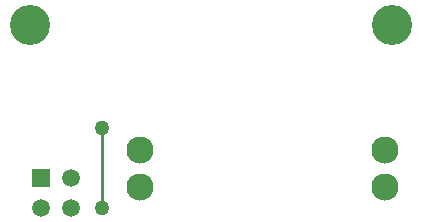
<source format=gbl>
G04*
G04 #@! TF.GenerationSoftware,Altium Limited,Altium Designer,18.1.7 (191)*
G04*
G04 Layer_Physical_Order=2*
G04 Layer_Color=16711680*
%FSLAX25Y25*%
%MOIN*%
G70*
G01*
G75*
%ADD13C,0.01000*%
%ADD26C,0.09055*%
%ADD27R,0.05906X0.05906*%
%ADD28C,0.05906*%
%ADD29C,0.13386*%
%ADD30C,0.05000*%
D13*
X268000Y354000D02*
Y380500D01*
D26*
X362445Y361094D02*
D03*
Y373299D02*
D03*
X280555D02*
D03*
Y361094D02*
D03*
D27*
X247500Y364000D02*
D03*
D28*
X257500D02*
D03*
X247500Y354000D02*
D03*
X257500D02*
D03*
D29*
X364500Y415000D02*
D03*
X244000D02*
D03*
D30*
X268000Y380500D02*
D03*
Y354000D02*
D03*
M02*

</source>
